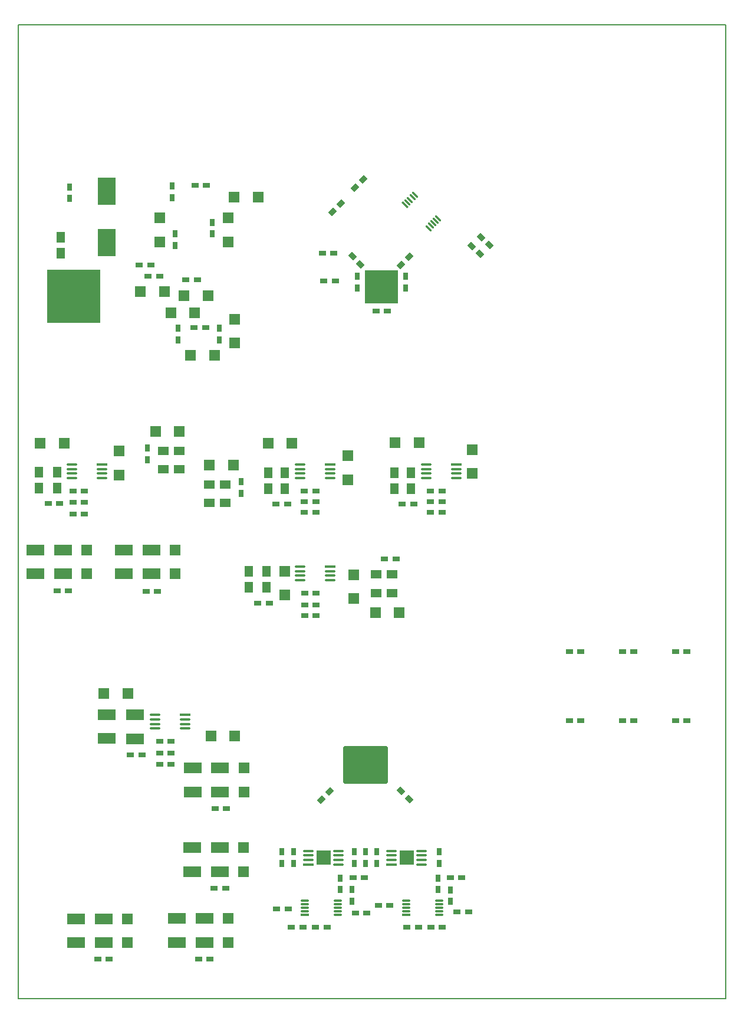
<source format=gbp>
%FSTAX23Y23*%
%MOIN*%
%SFA1B1*%

%IPPOS*%
%AMD47*
4,1,4,0.003500,0.024700,-0.024700,-0.003500,-0.003500,-0.024700,0.024700,0.003500,0.003500,0.024700,0.0*
%
%AMD49*
4,1,4,-0.024700,0.003500,0.003500,-0.024700,0.024700,-0.003500,-0.003500,0.024700,-0.024700,0.003500,0.0*
%
%AMD104*
4,1,4,0.016600,-0.008100,-0.008100,0.016600,-0.016600,0.008100,0.008100,-0.016600,0.016600,-0.008100,0.0*
1,1,0.012000,-0.012400,0.012400*
1,1,0.012000,0.012400,-0.012400*
%
%AMD105*
4,1,4,0.020900,-0.012400,-0.012400,0.020900,-0.020900,0.012400,0.012400,-0.020900,0.020900,-0.012400,0.0*
%
%AMD115*
4,1,8,-0.127000,0.095500,-0.127000,-0.095500,-0.116000,-0.106500,0.116000,-0.106500,0.127000,-0.095500,0.127000,0.095500,0.116000,0.106500,-0.116000,0.106500,-0.127000,0.095500,0.0*
1,1,0.022000,-0.116000,0.095500*
1,1,0.022000,-0.116000,-0.095500*
1,1,0.022000,0.116000,-0.095500*
1,1,0.022000,0.116000,0.095500*
%
%ADD21R,0.300000X0.300000*%
%ADD32R,0.060000X0.050000*%
%ADD35O,0.060000X0.015000*%
%ADD36R,0.060000X0.015000*%
%ADD40R,0.060000X0.060000*%
%ADD44R,0.030000X0.040000*%
%ADD45R,0.040000X0.030000*%
%ADD46R,0.060000X0.060000*%
G04~CAMADD=47~9~0.0~0.0~400.0~300.0~0.0~0.0~0~0.0~0.0~0.0~0.0~0~0.0~0.0~0.0~0.0~0~0.0~0.0~0.0~45.0~494.0~493.0*
%ADD47D47*%
G04~CAMADD=49~9~0.0~0.0~400.0~300.0~0.0~0.0~0~0.0~0.0~0.0~0.0~0~0.0~0.0~0.0~0.0~0~0.0~0.0~0.0~135.0~494.0~493.0*
%ADD49D49*%
%ADD50R,0.185000X0.185000*%
%ADD51C,0.008000*%
%ADD101R,0.100000X0.154000*%
%ADD102R,0.100000X0.060000*%
%ADD103R,0.081000X0.081000*%
G04~CAMADD=104~3~0.0~0.0~470.0~120.0~0.0~0.0~0~0.0~0.0~0.0~0.0~0~0.0~0.0~0.0~0.0~0~0.0~0.0~0.0~315.0~366.0~366.0*
%ADD104D104*%
G04~CAMADD=105~9~0.0~0.0~470.0~120.0~0.0~0.0~0~0.0~0.0~0.0~0.0~0~0.0~0.0~0.0~0.0~0~0.0~0.0~0.0~315.0~418.0~417.0*
%ADD105D105*%
%ADD106O,0.047000X0.012000*%
%ADD107R,0.047000X0.012000*%
%ADD108R,0.050000X0.060000*%
G04~CAMADD=115~8~0.0~0.0~2130.0~2540.0~110.0~0.0~15~0.0~0.0~0.0~0.0~0~0.0~0.0~0.0~0.0~0~0.0~0.0~0.0~90.0~2540.0~2130.0*
%ADD115D115*%
G54D21*
X00314Y03967D03*
G54D32*
X0108Y028D03*
X0117D03*
Y02905D03*
X0108D03*
X0091Y0299D03*
X0082D03*
Y03095D03*
X0091D03*
X02024Y02398D03*
X02114D03*
X02111Y0229D03*
X02021D03*
G54D35*
X0211Y00785D03*
Y0081D03*
X0228Y00759D03*
Y00785D03*
Y0081D03*
X0211Y00836D03*
X0228D03*
X01639Y00785D03*
Y0081D03*
X01809Y00759D03*
Y00785D03*
Y0081D03*
X01639Y00836D03*
X01809D03*
X01593Y02365D03*
X01763D03*
X01593Y02391D03*
Y02416D03*
Y02442D03*
X01763Y02391D03*
Y02416D03*
X00773Y01527D03*
X00943D03*
X00773Y01553D03*
Y01578D03*
Y01604D03*
X00943Y01553D03*
Y01578D03*
X01593Y02942D03*
X01763D03*
X01593Y02968D03*
Y02993D03*
Y03019D03*
X01763Y02968D03*
Y02993D03*
X02305Y02942D03*
X02475D03*
X02305Y02968D03*
Y02993D03*
Y03019D03*
X02475Y02968D03*
Y02993D03*
X00304Y02942D03*
X00474D03*
X00304Y02968D03*
Y02993D03*
Y03019D03*
X00474Y02968D03*
Y02993D03*
G54D36*
X0211Y00759D03*
X01639D03*
X01763Y02442D03*
X00943Y01604D03*
X01763Y03019D03*
X02475D03*
X00474D03*
G54D40*
X00937Y03973D03*
X01072D03*
X00825Y03995D03*
X0069D03*
X01088Y01486D03*
X01223D03*
X00618Y01724D03*
X00483D03*
X02265Y03142D03*
X0213D03*
X01546Y03137D03*
X01411D03*
X0108Y03015D03*
X01215D03*
X0091Y03205D03*
X00775D03*
X0122Y04527D03*
X01355D03*
X00259Y03139D03*
X00124D03*
X02019Y02181D03*
X02154D03*
X00974Y03635D03*
X01109D03*
X00862Y03874D03*
X00997D03*
G54D44*
X0029Y0452D03*
Y04585D03*
X01916Y04081D03*
Y04016D03*
X02189Y04081D03*
Y04016D03*
X0149Y00831D03*
Y00766D03*
X02026Y00765D03*
Y0083D03*
X01556Y00766D03*
Y00831D03*
X019Y00765D03*
Y0083D03*
X01885Y00552D03*
Y00617D03*
X0182Y00618D03*
Y00683D03*
X02443Y00551D03*
Y00616D03*
X02372Y00617D03*
Y00682D03*
X02379Y00765D03*
Y0083D03*
X01962D03*
Y00765D03*
X0126Y0292D03*
Y02855D03*
X0073Y0311D03*
Y03045D03*
X00903Y03788D03*
Y03723D03*
X01137D03*
Y03788D03*
X0087Y0459D03*
Y04525D03*
X01096Y04386D03*
Y04321D03*
X00887D03*
Y04256D03*
G54D45*
X0378Y0157D03*
X03715D03*
X0378Y0196D03*
X03715D03*
X01683Y02164D03*
X01618D03*
X0318Y0196D03*
X03115D03*
X0318Y0157D03*
X03115D03*
X0348Y0196D03*
X03415D03*
X0348Y0157D03*
X03415D03*
X01012Y04063D03*
X00947D03*
X01783Y04212D03*
X01718D03*
X01791Y04054D03*
X01726D03*
X02022Y03885D03*
X02087D03*
X01544Y00406D03*
X01609D03*
X0168D03*
X01745D03*
X01956Y00686D03*
X01891D03*
X02332Y00406D03*
X02397D03*
X02506Y00685D03*
X02441D03*
X02196Y00406D03*
X02261D03*
X01684Y02226D03*
X01619D03*
Y02291D03*
X01684D03*
X01354Y02236D03*
X01419D03*
X00798Y01324D03*
X00863D03*
X00633Y01378D03*
X00698D03*
X00863Y01389D03*
X00798D03*
Y01454D03*
X00863D03*
X0217Y02796D03*
X02235D03*
X01521Y02795D03*
X01456D03*
X01616Y02747D03*
X01681D03*
X01616Y02867D03*
X01681D03*
Y02807D03*
X01616D03*
X01176Y01076D03*
X01111D03*
X01084Y00226D03*
X01019D03*
X00513Y00225D03*
X00448D03*
X01171Y00626D03*
X01106D03*
X02395Y02807D03*
X0233D03*
Y02867D03*
X02395D03*
X0233Y02747D03*
X02395D03*
X00309Y02869D03*
X00374D03*
X00169Y02798D03*
X00234D03*
X00309Y02739D03*
X00374D03*
Y02804D03*
X00309D03*
X0207Y02485D03*
X02135D03*
X00684Y04145D03*
X00749D03*
X00999Y04595D03*
X01064D03*
X00734Y04081D03*
X00799D03*
X01058Y0379D03*
X00993D03*
X0146Y00507D03*
X01525D03*
X0197Y00484D03*
X01905D03*
X02035Y00528D03*
X021D03*
X02545Y0049D03*
X0248D03*
X00787Y02302D03*
X00722D03*
X00284Y02306D03*
X00219D03*
G54D46*
X01505Y02415D03*
Y0228D03*
X01895Y02395D03*
Y0226D03*
X01861Y03067D03*
Y02932D03*
X01275Y01304D03*
Y01169D03*
X01187Y00319D03*
Y00454D03*
X00616Y00453D03*
Y00318D03*
X01274Y00854D03*
Y00719D03*
X02565Y03102D03*
Y02967D03*
X00569Y03094D03*
Y02959D03*
X01223Y03704D03*
Y03839D03*
X00798Y04411D03*
Y04276D03*
X01186D03*
Y04411D03*
X00887Y02401D03*
Y02536D03*
X00387D03*
Y02401D03*
G54D47*
X02162Y04144D03*
X02208Y0419D03*
X01902Y04582D03*
X01948Y04628D03*
X01776Y04445D03*
X01822Y04491D03*
X01714Y01125D03*
X0176Y01171D03*
G54D49*
X01889Y04194D03*
X01934Y04148D03*
X02208Y01129D03*
X02162Y01175D03*
X02662Y04257D03*
X02616Y04303D03*
X0261Y04207D03*
X02564Y04252D03*
G54D50*
X02053Y04022D03*
G54D51*
X04Y0D02*
Y055D01*
X01193D02*
X04D01*
X0Y01681D02*
Y0365D01*
X00753Y0D02*
X04D01*
X0D02*
Y01681D01*
Y0D02*
X00753D01*
X0Y055D02*
X01193D01*
X0Y0365D02*
Y055D01*
G54D101*
X005Y0456D03*
Y0427D03*
G54D102*
X005Y0147D03*
Y01605D03*
X00658Y01604D03*
Y01469D03*
X00984Y00719D03*
Y00854D03*
X01139D03*
Y00719D03*
X00326Y00318D03*
Y00453D03*
X00481D03*
Y00318D03*
X00897Y00319D03*
Y00454D03*
X01052D03*
Y00319D03*
X00985Y01169D03*
Y01304D03*
X0114D03*
Y01169D03*
X00597Y02401D03*
Y02536D03*
X00752D03*
Y02401D03*
X00097D03*
Y02536D03*
X00252D03*
Y02401D03*
G54D103*
X02196Y00798D03*
X01725D03*
G54D104*
X02242Y04541D03*
X02374Y04409D03*
X0236Y04395D03*
X02318Y04353D03*
X02346Y04381D03*
X02214Y04513D03*
X022Y04499D03*
X02228Y04527D03*
X02332Y04367D03*
G54D105*
X02186Y04485D03*
G54D106*
X02378Y00496D03*
X02191Y00535D03*
Y00496D03*
Y00515D03*
X02378D03*
Y00476D03*
Y00535D03*
Y00555D03*
X02191D03*
X01619D03*
X01806D03*
Y00535D03*
Y00476D03*
Y00515D03*
X01619D03*
Y00496D03*
Y00535D03*
X01806Y00496D03*
G54D107*
X02191Y00476D03*
X01619D03*
G54D108*
X01301Y02415D03*
Y02325D03*
X01404D03*
Y02415D03*
X02127Y02973D03*
Y02883D03*
X0222Y02882D03*
Y02972D03*
X01413Y02973D03*
Y02883D03*
X01506Y02882D03*
Y02972D03*
X00238Y04302D03*
Y04212D03*
X00116Y02975D03*
Y02885D03*
X00219D03*
Y02975D03*
G54D115*
X01961Y01323D03*
M02*
</source>
